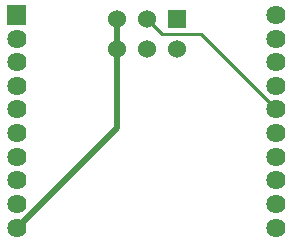
<source format=gbr>
G04 start of page 3 for group 1 idx 1 *
G04 Title: (unknown), solder *
G04 Creator: pcb 20140316 *
G04 CreationDate: Sun 30 Dec 2018 07:25:55 PM GMT UTC *
G04 For: railfan *
G04 Format: Gerber/RS-274X *
G04 PCB-Dimensions (mil): 970.00 890.00 *
G04 PCB-Coordinate-Origin: lower left *
%MOIN*%
%FSLAX25Y25*%
%LNBOTTOM*%
%ADD23C,0.0380*%
%ADD22C,0.0320*%
%ADD21C,0.0001*%
%ADD20C,0.0600*%
%ADD19C,0.0640*%
%ADD18C,0.0100*%
%ADD17C,0.0200*%
G54D17*X5193Y9134D02*X38500Y42441D01*
Y78500D01*
G54D18*X48500D02*X53500Y73500D01*
X66811D01*
X91807Y48504D01*
G54D19*Y80000D03*
Y72126D03*
Y64252D03*
Y56378D03*
Y48504D03*
Y40630D03*
Y32756D03*
Y24882D03*
Y17008D03*
Y9134D03*
G54D20*X38500Y68500D03*
G54D21*G36*
X1993Y83200D02*Y76800D01*
X8393D01*
Y83200D01*
X1993D01*
G37*
G54D19*X5193Y72126D03*
G54D21*G36*
X55500Y81500D02*Y75500D01*
X61500D01*
Y81500D01*
X55500D01*
G37*
G54D20*X48500Y78500D03*
X38500D03*
X58500Y68500D03*
X48500D03*
G54D19*X5193Y64252D03*
Y56378D03*
Y48504D03*
Y40630D03*
Y32756D03*
Y24882D03*
Y17008D03*
Y9134D03*
G54D22*G54D23*G54D22*G54D23*G54D22*M02*

</source>
